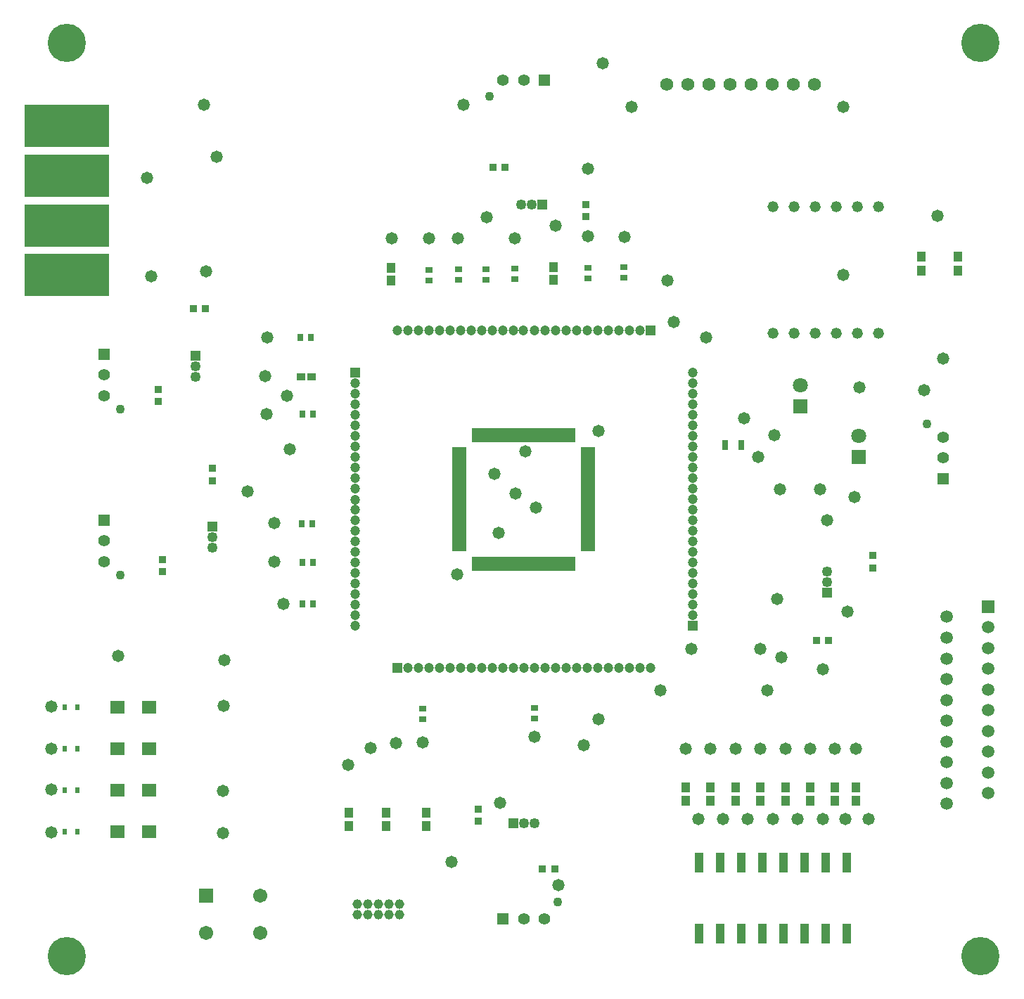
<source format=gts>
G04*
G04 #@! TF.GenerationSoftware,Altium Limited,Altium Designer,22.9.1 (49)*
G04*
G04 Layer_Color=8388736*
%FSLAX44Y44*%
%MOMM*%
G71*
G04*
G04 #@! TF.SameCoordinates,63DD9504-EA5A-40A3-A547-44A0B6CD77F8*
G04*
G04*
G04 #@! TF.FilePolarity,Negative*
G04*
G01*
G75*
%ADD20R,0.8121X0.7581*%
%ADD21R,0.7581X0.8121*%
%ADD22R,0.7000X1.3000*%
%ADD23R,1.0121X1.1581*%
%ADD24R,0.5000X0.8000*%
%ADD25R,0.9121X0.9581*%
%ADD26R,0.9581X0.9121*%
%ADD27R,1.1311X0.9121*%
%ADD28R,1.0582X1.3061*%
%ADD29R,1.7500X1.5000*%
%ADD30R,1.1300X2.4400*%
%ADD31R,1.6782X0.5032*%
%ADD32R,0.5032X1.6782*%
%ADD33R,10.2032X5.2032*%
%ADD34C,1.5748*%
%ADD35C,1.1684*%
%ADD36C,1.3208*%
%ADD37C,1.2032*%
%ADD38R,1.2032X1.2032*%
%ADD39R,1.2032X1.2032*%
%ADD40R,1.7112X1.7112*%
%ADD41C,1.7112*%
%ADD42C,1.8032*%
%ADD43R,1.8032X1.8032*%
%ADD44R,1.4000X1.4000*%
%ADD45C,1.4000*%
%ADD46C,1.1000*%
%ADD47R,1.4000X1.4000*%
%ADD48R,1.5032X1.5032*%
%ADD49C,1.5032*%
%ADD50C,1.2532*%
%ADD51R,1.2532X1.2532*%
%ADD52R,1.2532X1.2532*%
%ADD53C,1.4732*%
%ADD54C,4.6032*%
D20*
X521500Y864730D02*
D03*
Y877270D02*
D03*
X554500Y864730D02*
D03*
Y877270D02*
D03*
X677750Y866480D02*
D03*
Y879020D02*
D03*
X478750Y348020D02*
D03*
Y335480D02*
D03*
X720750Y867230D02*
D03*
Y879770D02*
D03*
X612750Y348770D02*
D03*
Y336230D02*
D03*
X589750Y865230D02*
D03*
Y877770D02*
D03*
X485750Y863980D02*
D03*
Y876520D02*
D03*
D21*
X346270Y703000D02*
D03*
X333730D02*
D03*
X346270Y524250D02*
D03*
X333730D02*
D03*
X345270Y571000D02*
D03*
X332730D02*
D03*
X346270Y474250D02*
D03*
X333730D02*
D03*
X344020Y794750D02*
D03*
X331480D02*
D03*
D22*
X861750Y665250D02*
D03*
X842750D02*
D03*
D23*
X389500Y222770D02*
D03*
Y206230D02*
D03*
X434250Y222770D02*
D03*
Y206230D02*
D03*
X483000Y222770D02*
D03*
Y206230D02*
D03*
X1000000Y253270D02*
D03*
Y236730D02*
D03*
X975000Y253270D02*
D03*
Y236730D02*
D03*
X945000Y253270D02*
D03*
Y236730D02*
D03*
X915000Y253270D02*
D03*
Y236730D02*
D03*
X885000Y253270D02*
D03*
Y236730D02*
D03*
X855000Y253270D02*
D03*
Y236730D02*
D03*
X825000Y253270D02*
D03*
Y236730D02*
D03*
X795000Y253270D02*
D03*
Y236730D02*
D03*
X1079000Y892020D02*
D03*
Y875480D02*
D03*
X1122500Y892020D02*
D03*
Y875480D02*
D03*
D24*
X47500Y200000D02*
D03*
X62500D02*
D03*
X47500Y250000D02*
D03*
X62500D02*
D03*
X47500Y300000D02*
D03*
X62500D02*
D03*
X47500Y350000D02*
D03*
X62500D02*
D03*
D25*
X675000Y940460D02*
D03*
Y955000D02*
D03*
X160000Y732270D02*
D03*
Y717730D02*
D03*
X545000Y227270D02*
D03*
Y212730D02*
D03*
X1020000Y517730D02*
D03*
Y532270D02*
D03*
X225000Y637270D02*
D03*
Y622730D02*
D03*
X165000Y527270D02*
D03*
Y512730D02*
D03*
D26*
X577270Y1000000D02*
D03*
X562730D02*
D03*
X217270Y830000D02*
D03*
X202730D02*
D03*
X622730Y155000D02*
D03*
X637270D02*
D03*
X952730Y430000D02*
D03*
X967270D02*
D03*
D27*
X332095Y748000D02*
D03*
X344905D02*
D03*
D28*
X636000Y880011D02*
D03*
Y864489D02*
D03*
X440750Y879261D02*
D03*
Y863739D02*
D03*
D29*
X148750Y200000D02*
D03*
X111250D02*
D03*
X148750Y250000D02*
D03*
X111250D02*
D03*
X148750Y300000D02*
D03*
X111250D02*
D03*
X148750Y350000D02*
D03*
X111250D02*
D03*
D30*
X988900Y163000D02*
D03*
X963500D02*
D03*
X938100D02*
D03*
X912700D02*
D03*
X887300D02*
D03*
X861900D02*
D03*
X836500D02*
D03*
X811100D02*
D03*
Y77000D02*
D03*
X836500D02*
D03*
X861900D02*
D03*
X887300D02*
D03*
X912700D02*
D03*
X938100D02*
D03*
X963500D02*
D03*
X988900D02*
D03*
D31*
X522620Y660000D02*
D03*
Y655000D02*
D03*
Y650000D02*
D03*
Y645000D02*
D03*
Y640000D02*
D03*
Y635000D02*
D03*
Y630000D02*
D03*
Y625000D02*
D03*
Y620000D02*
D03*
Y615000D02*
D03*
Y610000D02*
D03*
Y605000D02*
D03*
Y600000D02*
D03*
Y595000D02*
D03*
Y590000D02*
D03*
Y585000D02*
D03*
Y580000D02*
D03*
Y575000D02*
D03*
Y570000D02*
D03*
Y565000D02*
D03*
Y560000D02*
D03*
Y555000D02*
D03*
Y550000D02*
D03*
Y545000D02*
D03*
Y540000D02*
D03*
X677380D02*
D03*
Y545000D02*
D03*
Y550000D02*
D03*
Y555000D02*
D03*
Y560000D02*
D03*
Y565000D02*
D03*
Y570000D02*
D03*
Y575000D02*
D03*
Y580000D02*
D03*
Y585000D02*
D03*
Y590000D02*
D03*
Y595000D02*
D03*
Y600000D02*
D03*
Y605000D02*
D03*
Y610000D02*
D03*
Y615000D02*
D03*
Y620000D02*
D03*
Y625000D02*
D03*
Y630000D02*
D03*
Y635000D02*
D03*
Y640000D02*
D03*
Y645000D02*
D03*
Y650000D02*
D03*
Y655000D02*
D03*
Y660000D02*
D03*
D32*
X540000Y522620D02*
D03*
X545000D02*
D03*
X550000D02*
D03*
X555000D02*
D03*
X560000D02*
D03*
X565000D02*
D03*
X570000D02*
D03*
X575000D02*
D03*
X580000D02*
D03*
X585000D02*
D03*
X590000D02*
D03*
X595000D02*
D03*
X600000D02*
D03*
X605000D02*
D03*
X610000D02*
D03*
X615000D02*
D03*
X620000D02*
D03*
X625000D02*
D03*
X630000D02*
D03*
X635000D02*
D03*
X640000D02*
D03*
X645000D02*
D03*
X650000D02*
D03*
X655000D02*
D03*
X660000D02*
D03*
Y677380D02*
D03*
X655000D02*
D03*
X650000D02*
D03*
X645000D02*
D03*
X640000D02*
D03*
X635000D02*
D03*
X630000D02*
D03*
X625000D02*
D03*
X620000D02*
D03*
X615000D02*
D03*
X610000D02*
D03*
X605000D02*
D03*
X600000D02*
D03*
X595000D02*
D03*
X590000D02*
D03*
X585000D02*
D03*
X580000D02*
D03*
X575000D02*
D03*
X570000D02*
D03*
X565000D02*
D03*
X560000D02*
D03*
X555000D02*
D03*
X550000D02*
D03*
X545000D02*
D03*
X540000D02*
D03*
D33*
X50000Y870000D02*
D03*
Y930000D02*
D03*
Y990000D02*
D03*
Y1050000D02*
D03*
D34*
X823000Y1100000D02*
D03*
X950000D02*
D03*
X924600D02*
D03*
X899200D02*
D03*
X873800D02*
D03*
X848400D02*
D03*
X797600D02*
D03*
X772200D02*
D03*
D35*
X450800Y112700D02*
D03*
Y100000D02*
D03*
X438100Y112700D02*
D03*
Y100000D02*
D03*
X425400Y112700D02*
D03*
Y100000D02*
D03*
X412700Y112700D02*
D03*
Y100000D02*
D03*
X400000Y112700D02*
D03*
Y100000D02*
D03*
D36*
X1027000Y952400D02*
D03*
X1001600D02*
D03*
X976200D02*
D03*
X950800D02*
D03*
X925400D02*
D03*
X900000D02*
D03*
X1027000Y800000D02*
D03*
X1001600D02*
D03*
X976200D02*
D03*
X950800D02*
D03*
X925400D02*
D03*
X900000D02*
D03*
D37*
X396800Y447600D02*
D03*
Y473000D02*
D03*
Y498400D02*
D03*
Y511100D02*
D03*
Y523800D02*
D03*
Y536500D02*
D03*
Y549200D02*
D03*
Y485700D02*
D03*
Y460300D02*
D03*
Y599875D02*
D03*
Y574600D02*
D03*
Y612700D02*
D03*
Y587300D02*
D03*
Y561900D02*
D03*
Y739700D02*
D03*
Y727000D02*
D03*
Y714300D02*
D03*
Y701600D02*
D03*
Y688900D02*
D03*
Y676200D02*
D03*
Y663500D02*
D03*
Y650800D02*
D03*
Y625400D02*
D03*
Y638100D02*
D03*
X803200Y739700D02*
D03*
Y688900D02*
D03*
Y625400D02*
D03*
Y561900D02*
D03*
Y549200D02*
D03*
Y536500D02*
D03*
Y523800D02*
D03*
Y511100D02*
D03*
Y612700D02*
D03*
Y600125D02*
D03*
Y587300D02*
D03*
Y574600D02*
D03*
Y650800D02*
D03*
Y714300D02*
D03*
Y701600D02*
D03*
Y752400D02*
D03*
Y460300D02*
D03*
Y473000D02*
D03*
Y676200D02*
D03*
Y663500D02*
D03*
Y485700D02*
D03*
Y498400D02*
D03*
Y638100D02*
D03*
Y727000D02*
D03*
X612700Y396800D02*
D03*
X625400D02*
D03*
X460300D02*
D03*
X473000D02*
D03*
X485700D02*
D03*
X498400D02*
D03*
X511100D02*
D03*
X523800D02*
D03*
X536500D02*
D03*
X549200D02*
D03*
X561900D02*
D03*
X574600D02*
D03*
X752400D02*
D03*
X701600D02*
D03*
X714300D02*
D03*
X727000D02*
D03*
X739700D02*
D03*
X638100D02*
D03*
X650800D02*
D03*
X663500D02*
D03*
X676200D02*
D03*
X688900D02*
D03*
X587300D02*
D03*
X600125D02*
D03*
X638100Y803200D02*
D03*
X650800D02*
D03*
X663500D02*
D03*
X676200D02*
D03*
X688900D02*
D03*
X701600D02*
D03*
X714300D02*
D03*
X727000D02*
D03*
X739700D02*
D03*
X574600D02*
D03*
X587300D02*
D03*
X599875D02*
D03*
X612700D02*
D03*
X625400D02*
D03*
X511100D02*
D03*
X523800D02*
D03*
X536500D02*
D03*
X549200D02*
D03*
X561900D02*
D03*
X447600D02*
D03*
X460300D02*
D03*
X473000D02*
D03*
X485700D02*
D03*
X498400D02*
D03*
D38*
X396800Y752400D02*
D03*
X803200Y447600D02*
D03*
D39*
X447600Y396800D02*
D03*
X752400Y803200D02*
D03*
D40*
X217500Y122500D02*
D03*
D41*
X282500D02*
D03*
X217500Y77500D02*
D03*
X282500D02*
D03*
D42*
X1003250Y676150D02*
D03*
X933250Y737200D02*
D03*
D43*
X1003250Y650750D02*
D03*
X933250Y711800D02*
D03*
D44*
X625000Y1105250D02*
D03*
X575000Y94750D02*
D03*
D45*
X600000Y1105250D02*
D03*
X575000D02*
D03*
X94750Y750000D02*
D03*
Y725000D02*
D03*
X600000Y94750D02*
D03*
X625000D02*
D03*
X1105250Y650000D02*
D03*
Y675000D02*
D03*
X94750Y550000D02*
D03*
Y525000D02*
D03*
D46*
X559000Y1085250D02*
D03*
X114750Y709000D02*
D03*
X641000Y114750D02*
D03*
X1085250Y691000D02*
D03*
X114750Y509000D02*
D03*
D47*
X94750Y775000D02*
D03*
X1105250Y625000D02*
D03*
X94750Y575000D02*
D03*
D48*
X1159000Y471000D02*
D03*
D49*
X1109000Y458500D02*
D03*
X1159000Y446000D02*
D03*
X1109000Y433500D02*
D03*
X1159000Y421000D02*
D03*
X1109000Y408500D02*
D03*
X1159000Y396000D02*
D03*
X1109000Y383500D02*
D03*
X1159000Y371000D02*
D03*
X1109000Y358500D02*
D03*
X1159000Y346000D02*
D03*
X1109000Y333500D02*
D03*
X1159000Y321000D02*
D03*
X1109000Y308500D02*
D03*
X1159000Y296000D02*
D03*
X1109000Y283500D02*
D03*
X1159000Y271000D02*
D03*
X1109000Y258500D02*
D03*
X1159000Y246000D02*
D03*
X1109000Y233500D02*
D03*
D50*
X597300Y955000D02*
D03*
X610000D02*
D03*
X205000Y747300D02*
D03*
Y760000D02*
D03*
X612700Y210000D02*
D03*
X600000D02*
D03*
X965000Y512700D02*
D03*
Y500000D02*
D03*
X225000Y542300D02*
D03*
Y555000D02*
D03*
D51*
X622700Y955000D02*
D03*
X587300Y210000D02*
D03*
D52*
X205000Y772700D02*
D03*
X965000Y487300D02*
D03*
X225000Y567700D02*
D03*
D53*
X985000Y1072500D02*
D03*
X865000Y697500D02*
D03*
X239000Y351750D02*
D03*
X230000Y1012500D02*
D03*
X267500Y610000D02*
D03*
X215000Y1075000D02*
D03*
X527500D02*
D03*
X590000Y607500D02*
D03*
X690000Y682500D02*
D03*
X820000Y795000D02*
D03*
X690000Y335000D02*
D03*
X765000Y370000D02*
D03*
X960000Y395000D02*
D03*
X910000Y410000D02*
D03*
X905000Y480000D02*
D03*
X990000Y465000D02*
D03*
X1105000Y770000D02*
D03*
X695000Y1125000D02*
D03*
X315000Y725000D02*
D03*
X615000Y590000D02*
D03*
X520000Y510000D02*
D03*
X570000Y560000D02*
D03*
X152000Y868500D02*
D03*
X147000Y987000D02*
D03*
X730250Y1073000D02*
D03*
X893500Y370250D02*
D03*
X602250Y658000D02*
D03*
X565250Y630750D02*
D03*
X1098250Y941250D02*
D03*
X781000Y813500D02*
D03*
X318250Y660000D02*
D03*
X985000Y870500D02*
D03*
X1081750Y731250D02*
D03*
X239750Y406250D02*
D03*
X112250Y411500D02*
D03*
X571250Y234750D02*
D03*
X513000Y163500D02*
D03*
X446500Y306750D02*
D03*
X388750Y280250D02*
D03*
X672750Y304000D02*
D03*
X677750Y998250D02*
D03*
X217750Y875000D02*
D03*
X441250Y914250D02*
D03*
X638250Y929500D02*
D03*
X773500Y863500D02*
D03*
X801500Y420250D02*
D03*
X885250Y419750D02*
D03*
X1004000Y734750D02*
D03*
X641750Y135250D02*
D03*
X415500Y301000D02*
D03*
X238000Y198250D02*
D03*
X237750Y248750D02*
D03*
X31250Y199250D02*
D03*
Y250250D02*
D03*
Y300000D02*
D03*
X31500Y350500D02*
D03*
X882500Y650750D02*
D03*
X612750Y314000D02*
D03*
X478750Y307750D02*
D03*
X486500Y914250D02*
D03*
X520750Y914500D02*
D03*
X555750Y940000D02*
D03*
X589750Y914250D02*
D03*
X677500Y917000D02*
D03*
X721250Y916500D02*
D03*
X311250Y474500D02*
D03*
X300250Y525000D02*
D03*
X299500Y571250D02*
D03*
X290750Y702750D02*
D03*
X288750Y748500D02*
D03*
X291000Y795250D02*
D03*
X901500Y677250D02*
D03*
X998250Y603000D02*
D03*
X965250Y575250D02*
D03*
X908500Y612500D02*
D03*
X957000Y612000D02*
D03*
X1015000Y215000D02*
D03*
X987500D02*
D03*
X960000D02*
D03*
X930000D02*
D03*
X900000D02*
D03*
X870000D02*
D03*
X840000D02*
D03*
X810000D02*
D03*
X1000000Y300000D02*
D03*
X975000D02*
D03*
X945000D02*
D03*
X915000D02*
D03*
X885000D02*
D03*
X855000D02*
D03*
X825000D02*
D03*
X795000D02*
D03*
D54*
X1150000Y50000D02*
D03*
Y1150000D02*
D03*
X50000D02*
D03*
Y50000D02*
D03*
M02*

</source>
